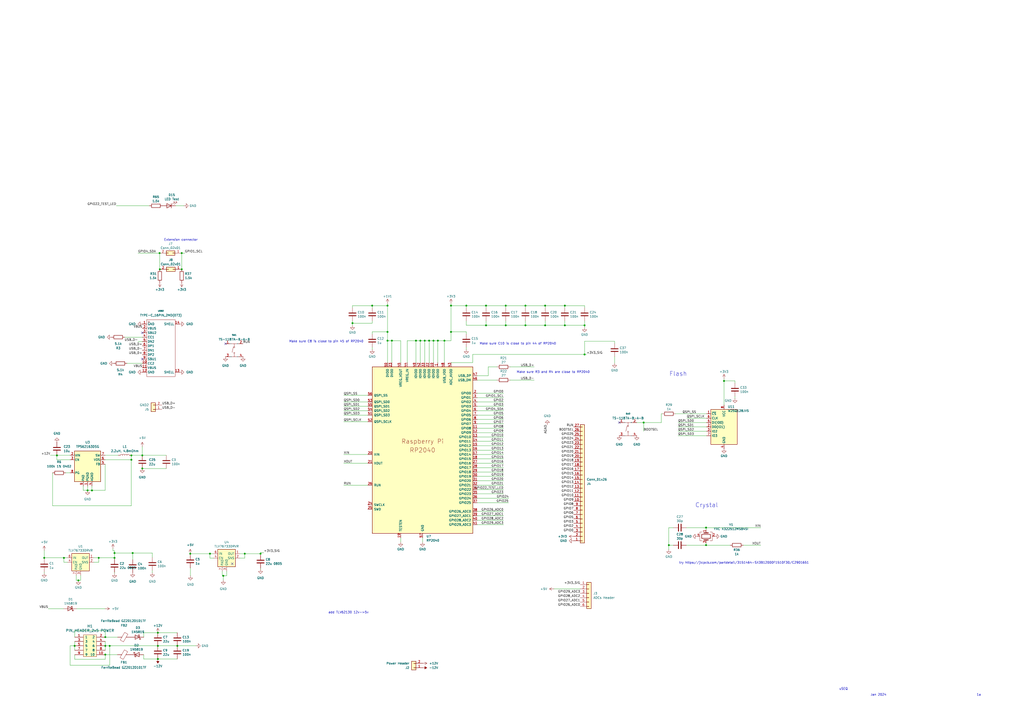
<source format=kicad_sch>
(kicad_sch (version 20231120) (generator "eeschema") (generator_version "8.0")
  (paper "A2")
  (junction (at 61.087 374.65))
  (junction (at 339.09 188.722))
  (junction (at 409.575 306.07))
  (junction (at 387.985 316.23))
  (junction (at 419.989 220.98))
  (junction (at 63.627 374.65))
  (junction (at 25.654 323.596))
  (junction (at 224.79 197.612))
  (junction (at 254 197.612))
  (junction (at 248.92 197.612))
  (junction (at 76.2 264.16))
  (junction (at 141.986 321.183))
  (junction (at 50.8 284.48))
  (junction (at 293.37 188.722))
  (junction (at 45.466 336.677))
  (junction (at 227.33 197.612))
  (junction (at 66.421 320.802))
  (junction (at 215.9 177.292))
  (junction (at 76.962 320.802))
  (junction (at 293.37 177.292))
  (junction (at 281.94 188.722))
  (junction (at 82.55 271.78))
  (junction (at 224.79 177.292))
  (junction (at 92.71 156.21))
  (junction (at 304.8 177.292))
  (junction (at 92.583 146.812))
  (junction (at 327.66 188.722))
  (junction (at 409.575 316.23))
  (junction (at 57.277 323.596))
  (junction (at 241.3 197.612))
  (junction (at 316.23 177.292))
  (junction (at 82.55 264.16))
  (junction (at 110.363 321.183))
  (junction (at 66.421 323.596))
  (junction (at 53.34 284.48))
  (junction (at 270.51 177.292))
  (junction (at 261.62 177.292))
  (junction (at 105.41 156.21))
  (junction (at 37.084 323.596))
  (junction (at 102.87 374.65))
  (junction (at 91.567 382.27))
  (junction (at 243.84 197.612))
  (junction (at 121.793 321.183))
  (junction (at 76.2 266.7))
  (junction (at 251.46 197.612))
  (junction (at 281.94 177.292))
  (junction (at 261.62 192.532))
  (junction (at 257.81 197.612))
  (junction (at 316.23 188.722))
  (junction (at 43.307 374.65))
  (junction (at 246.38 197.612))
  (junction (at 373.38 245.11))
  (junction (at 151.13 321.183))
  (junction (at 339.09 205.613))
  (junction (at 61.087 369.57))
  (junction (at 33.02 264.16))
  (junction (at 224.79 192.532))
  (junction (at 91.567 367.03))
  (junction (at 61.087 379.73))
  (junction (at 129.54 334.01))
  (junction (at 204.47 187.452))
  (junction (at 304.8 188.722))
  (junction (at 91.567 374.65))
  (junction (at 327.66 177.292))
  (junction (at 105.41 146.812))
  (no_connect (at 82.55 193.04))
  (no_connect (at 359.2356 245.11))
  (no_connect (at 134.747 327.025))
  (no_connect (at 82.55 208.28))
  (no_connect (at 130.81 199.39))
  (wire (pts (xy 215.9 178.562) (xy 215.9 177.292)))
  (wire (pts (xy 204.47 178.562) (xy 204.47 177.292)))
  (wire (pts (xy 53.34 281.94) (xy 53.34 284.48)))
  (wire (pts (xy 274.193 210.312) (xy 261.62 210.312)))
  (wire (pts (xy 83.439 369.57) (xy 83.439 367.03)))
  (wire (pts (xy 25.654 323.596) (xy 25.654 324.231)))
  (wire (pts (xy 270.51 177.292) (xy 281.94 177.292)))
  (wire (pts (xy 25.654 331.851) (xy 25.654 332.486)))
  (wire (pts (xy 43.307 382.397) (xy 61.087 382.397)))
  (wire (pts (xy 45.466 336.677) (xy 46.736 336.677)))
  (wire (pts (xy 339.09 188.722) (xy 339.09 189.992)))
  (wire (pts (xy 67.437 119.38) (xy 86.614 119.38)))
  (wire (pts (xy 44.196 333.756) (xy 44.196 336.677)))
  (wire (pts (xy 199.39 238.252) (xy 213.36 238.252)))
  (wire (pts (xy 295.91 220.472) (xy 309.88 220.472)))
  (wire (pts (xy 276.86 258.572) (xy 292.1 258.572)))
  (wire (pts (xy 232.41 210.312) (xy 232.41 197.612)))
  (wire (pts (xy 270.51 193.802) (xy 270.51 192.532)))
  (wire (pts (xy 66.421 323.596) (xy 66.421 324.358)))
  (wire (pts (xy 276.86 243.332) (xy 292.1 243.332)))
  (wire (pts (xy 276.86 253.492) (xy 292.1 253.492)))
  (wire (pts (xy 61.087 369.57) (xy 68.199 369.57)))
  (wire (pts (xy 276.86 230.632) (xy 292.1 230.632)))
  (wire (pts (xy 129.54 334.01) (xy 131.445 334.01)))
  (wire (pts (xy 257.81 210.312) (xy 257.81 197.612)))
  (wire (pts (xy 73.66 210.82) (xy 82.55 210.82)))
  (wire (pts (xy 25.654 323.596) (xy 37.084 323.596)))
  (wire (pts (xy 384.175 240.03) (xy 383.667 240.03)))
  (wire (pts (xy 276.86 276.352) (xy 292.1 276.352)))
  (wire (pts (xy 60.96 269.24) (xy 60.96 284.48)))
  (wire (pts (xy 213.36 281.432) (xy 199.39 281.432)))
  (wire (pts (xy 131.445 334.01) (xy 131.445 331.343)))
  (wire (pts (xy 224.79 176.022) (xy 224.79 177.292)))
  (wire (pts (xy 215.9 177.292) (xy 224.79 177.292)))
  (wire (pts (xy 61.087 374.65) (xy 63.627 374.65)))
  (wire (pts (xy 398.399 242.57) (xy 409.829 242.57)))
  (wire (pts (xy 276.86 304.292) (xy 292.1 304.292)))
  (wire (pts (xy 61.087 372.11) (xy 61.087 374.65)))
  (wire (pts (xy 61.087 382.397) (xy 61.087 379.73)))
  (wire (pts (xy 383.667 240.03) (xy 383.667 245.11)))
  (wire (pts (xy 53.34 284.48) (xy 50.8 284.48)))
  (wire (pts (xy 248.92 197.612) (xy 251.46 197.612)))
  (wire (pts (xy 57.277 323.596) (xy 66.421 323.596)))
  (wire (pts (xy 60.96 266.7) (xy 76.2 266.7)))
  (wire (pts (xy 339.09 205.613) (xy 274.193 205.613)))
  (wire (pts (xy 101.854 119.38) (xy 106.68 119.38)))
  (wire (pts (xy 241.3 210.312) (xy 241.3 197.612)))
  (wire (pts (xy 224.79 197.612) (xy 224.79 210.312)))
  (wire (pts (xy 232.41 197.612) (xy 227.33 197.612)))
  (wire (pts (xy 43.307 372.11) (xy 43.307 374.65)))
  (wire (pts (xy 270.51 186.182) (xy 270.51 188.722)))
  (wire (pts (xy 215.9 193.802) (xy 215.9 192.532)))
  (wire (pts (xy 199.39 233.172) (xy 213.36 233.172)))
  (wire (pts (xy 44.45 353.06) (xy 60.96 353.06)))
  (wire (pts (xy 304.8 178.562) (xy 304.8 177.292)))
  (wire (pts (xy 276.86 271.272) (xy 292.1 271.272)))
  (wire (pts (xy 276.86 238.252) (xy 292.1 238.252)))
  (wire (pts (xy 63.627 374.65) (xy 91.567 374.65)))
  (wire (pts (xy 61.087 374.65) (xy 61.087 377.19)))
  (wire (pts (xy 110.49 329.438) (xy 110.363 329.438)))
  (wire (pts (xy 316.23 178.562) (xy 316.23 177.292)))
  (wire (pts (xy 276.86 245.872) (xy 292.1 245.872)))
  (wire (pts (xy 293.37 188.722) (xy 281.94 188.722)))
  (wire (pts (xy 409.575 316.23) (xy 423.545 316.23)))
  (wire (pts (xy 276.86 263.652) (xy 292.1 263.652)))
  (wire (pts (xy 37.084 326.136) (xy 37.084 323.596)))
  (wire (pts (xy 327.66 186.182) (xy 327.66 188.722)))
  (wire (pts (xy 91.567 367.03) (xy 102.87 367.03)))
  (wire (pts (xy 276.86 250.952) (xy 292.1 250.952)))
  (wire (pts (xy 65.532 319.532) (xy 66.421 319.532)))
  (wire (pts (xy 110.363 321.183) (xy 121.793 321.183)))
  (wire (pts (xy 199.39 235.712) (xy 213.36 235.712)))
  (wire (pts (xy 276.86 261.112) (xy 292.1 261.112)))
  (wire (pts (xy 251.46 210.312) (xy 251.46 197.612)))
  (wire (pts (xy 139.065 321.183) (xy 141.986 321.183)))
  (wire (pts (xy 390.525 306.07) (xy 387.985 306.07)))
  (wire (pts (xy 30.48 293.37) (xy 76.2 293.37)))
  (wire (pts (xy 276.86 286.512) (xy 292.1 286.512)))
  (wire (pts (xy 276.86 291.592) (xy 295.021 291.592)))
  (wire (pts (xy 419.989 219.71) (xy 419.989 220.98)))
  (wire (pts (xy 129.54 336.55) (xy 129.54 334.01)))
  (wire (pts (xy 293.37 178.562) (xy 293.37 177.292)))
  (wire (pts (xy 151.13 320.548) (xy 151.13 321.183)))
  (wire (pts (xy 426.339 222.25) (xy 426.339 220.98)))
  (wire (pts (xy 76.2 293.37) (xy 76.2 266.7)))
  (wire (pts (xy 276.86 281.432) (xy 292.1 281.432)))
  (wire (pts (xy 121.793 323.723) (xy 121.793 321.183)))
  (wire (pts (xy 82.55 259.08) (xy 82.55 264.16)))
  (wire (pts (xy 110.363 321.183) (xy 110.363 321.818)))
  (wire (pts (xy 245.11 311.912) (xy 245.11 314.452)))
  (wire (pts (xy 409.575 314.96) (xy 409.575 316.23)))
  (wire (pts (xy 102.87 374.65) (xy 113.665 374.65)))
  (wire (pts (xy 66.421 320.802) (xy 66.421 323.596)))
  (wire (pts (xy 276.86 278.892) (xy 292.1 278.892)))
  (wire (pts (xy 91.567 382.27) (xy 102.87 382.27)))
  (wire (pts (xy 33.02 264.16) (xy 40.64 264.16)))
  (wire (pts (xy 409.829 252.73) (xy 393.319 252.73)))
  (wire (pts (xy 105.41 146.812) (xy 105.283 146.812)))
  (wire (pts (xy 243.84 197.612) (xy 246.38 197.612)))
  (wire (pts (xy 65.532 318.262) (xy 65.532 319.532)))
  (wire (pts (xy 261.62 192.532) (xy 261.62 197.612)))
  (wire (pts (xy 339.09 178.562) (xy 339.09 177.292)))
  (wire (pts (xy 63.627 385.826) (xy 63.627 374.65)))
  (wire (pts (xy 40.64 374.65) (xy 40.64 385.826)))
  (wire (pts (xy 43.307 365.76) (xy 61.087 365.76)))
  (wire (pts (xy 254 197.612) (xy 257.81 197.612)))
  (wire (pts (xy 43.307 369.57) (xy 43.307 365.76)))
  (wire (pts (xy 215.9 192.532) (xy 224.79 192.532)))
  (wire (pts (xy 25.654 319.278) (xy 25.654 323.596)))
  (wire (pts (xy 316.23 188.722) (xy 304.8 188.722)))
  (wire (pts (xy 276.86 248.412) (xy 292.1 248.412)))
  (wire (pts (xy 276.86 296.672) (xy 292.1 296.672)))
  (wire (pts (xy 105.41 146.812) (xy 105.41 156.21)))
  (wire (pts (xy 327.66 188.722) (xy 316.23 188.722)))
  (wire (pts (xy 66.421 319.532) (xy 66.421 320.802)))
  (wire (pts (xy 128.905 334.01) (xy 129.54 334.01)))
  (wire (pts (xy 38.1 274.32) (xy 40.64 274.32)))
  (wire (pts (xy 409.575 306.07) (xy 441.325 306.07)))
  (wire (pts (xy 246.38 210.312) (xy 246.38 197.612)))
  (wire (pts (xy 76.2 266.7) (xy 76.2 264.16)))
  (wire (pts (xy 141.986 323.723) (xy 141.986 321.183)))
  (wire (pts (xy 251.46 197.612) (xy 254 197.612)))
  (wire (pts (xy 241.3 197.612) (xy 243.84 197.612)))
  (wire (pts (xy 276.86 268.732) (xy 292.1 268.732)))
  (wire (pts (xy 276.86 301.752) (xy 292.1 301.752)))
  (wire (pts (xy 316.23 186.182) (xy 316.23 188.722)))
  (wire (pts (xy 40.64 266.7) (xy 33.02 266.7)))
  (wire (pts (xy 57.277 326.136) (xy 57.277 323.596)))
  (wire (pts (xy 107.188 146.812) (xy 105.41 146.812)))
  (wire (pts (xy 276.86 220.472) (xy 288.29 220.472)))
  (wire (pts (xy 66.421 331.978) (xy 66.421 332.613)))
  (wire (pts (xy 391.795 240.03) (xy 409.829 240.03)))
  (wire (pts (xy 276.86 289.052) (xy 295.148 289.052)))
  (wire (pts (xy 261.62 177.292) (xy 261.62 192.532)))
  (wire (pts (xy 224.79 192.532) (xy 224.79 197.612)))
  (wire (pts (xy 76.962 320.802) (xy 76.962 324.612)))
  (wire (pts (xy 274.193 205.613) (xy 274.193 210.312)))
  (wire (pts (xy 215.9 187.452) (xy 215.9 186.182)))
  (wire (pts (xy 121.793 321.183) (xy 123.825 321.183)))
  (wire (pts (xy 281.94 188.722) (xy 270.51 188.722)))
  (wire (pts (xy 232.41 311.912) (xy 232.41 314.452)))
  (wire (pts (xy 431.165 316.23) (xy 441.325 316.23)))
  (wire (pts (xy 409.829 245.11) (xy 393.319 245.11)))
  (wire (pts (xy 54.356 323.596) (xy 57.277 323.596)))
  (wire (pts (xy 276.86 299.212) (xy 292.1 299.212)))
  (wire (pts (xy 257.81 197.612) (xy 261.62 197.612)))
  (wire (pts (xy 123.825 323.723) (xy 121.793 323.723)))
  (wire (pts (xy 398.145 306.07) (xy 409.575 306.07)))
  (wire (pts (xy 213.36 244.602) (xy 199.39 244.602)))
  (wire (pts (xy 270.51 201.422) (xy 270.51 202.692)))
  (wire (pts (xy 276.86 256.032) (xy 292.1 256.032)))
  (wire (pts (xy 373.38 245.11) (xy 373.38 250.19)))
  (wire (pts (xy 304.8 186.182) (xy 304.8 188.722)))
  (wire (pts (xy 248.92 210.312) (xy 248.92 197.612)))
  (wire (pts (xy 82.55 271.78) (xy 96.52 271.78)))
  (wire (pts (xy 29.21 264.16) (xy 33.02 264.16)))
  (wire (pts (xy 276.86 273.812) (xy 292.1 273.812)))
  (wire (pts (xy 50.8 284.48) (xy 50.8 281.94)))
  (wire (pts (xy 36.83 353.06) (xy 27.94 353.06)))
  (wire (pts (xy 88.392 320.802) (xy 88.392 323.342)))
  (wire (pts (xy 83.439 367.03) (xy 91.567 367.03)))
  (wire (pts (xy 398.145 316.23) (xy 409.575 316.23)))
  (wire (pts (xy 339.09 205.613) (xy 339.09 197.993)))
  (wire (pts (xy 199.39 263.652) (xy 213.36 263.652)))
  (wire (pts (xy 48.26 284.48) (xy 50.8 284.48)))
  (wire (pts (xy 283.21 212.852) (xy 288.29 212.852)))
  (wire (pts (xy 419.989 220.98) (xy 419.989 234.95)))
  (wire (pts (xy 110.49 329.438) (xy 110.49 334.01)))
  (wire (pts (xy 54.356 326.136) (xy 57.277 326.136)))
  (wire (pts (xy 40.64 385.826) (xy 63.627 385.826)))
  (wire (pts (xy 281.94 178.562) (xy 281.94 177.292)))
  (wire (pts (xy 72.39 195.58) (xy 82.55 195.58)))
  (wire (pts (xy 281.94 186.182) (xy 281.94 188.722)))
  (wire (pts (xy 327.66 178.562) (xy 327.66 177.292)))
  (wire (pts (xy 293.37 177.292) (xy 304.8 177.292)))
  (wire (pts (xy 43.307 374.65) (xy 40.64 374.65)))
  (wire (pts (xy 276.86 283.972) (xy 292.1 283.972)))
  (wire (pts (xy 304.8 177.292) (xy 316.23 177.292)))
  (wire (pts (xy 128.905 331.343) (xy 128.905 334.01)))
  (wire (pts (xy 139.065 323.723) (xy 141.986 323.723)))
  (wire (pts (xy 387.985 306.07) (xy 387.985 316.23)))
  (wire (pts (xy 340.233 205.613) (xy 339.09 205.613)))
  (wire (pts (xy 243.84 210.312) (xy 243.84 197.612)))
  (wire (pts (xy 151.13 329.565) (xy 151.13 330.2)))
  (wire (pts (xy 151.13 320.548) (xy 153.035 320.548)))
  (wire (pts (xy 60.96 284.48) (xy 53.34 284.48)))
  (wire (pts (xy 30.48 274.32) (xy 30.48 293.37)))
  (wire (pts (xy 60.96 264.16) (xy 68.58 264.16)))
  (wire (pts (xy 276.86 235.712) (xy 292.1 235.712)))
  (wire (pts (xy 373.38 245.11) (xy 383.667 245.11)))
  (wire (pts (xy 276.86 228.092) (xy 292.1 228.092)))
  (wire (pts (xy 61.087 365.76) (xy 61.087 369.57)))
  (wire (pts (xy 46.736 336.677) (xy 46.736 333.756)))
  (wire (pts (xy 261.62 192.532) (xy 270.51 192.532)))
  (wire (pts (xy 236.22 210.312) (xy 236.22 197.612)))
  (wire (pts (xy 141.986 321.183) (xy 151.13 321.183)))
  (wire (pts (xy 224.79 177.292) (xy 224.79 192.532)))
  (wire (pts (xy 339.09 197.993) (xy 356.489 197.993)))
  (wire (pts (xy 43.307 379.73) (xy 43.307 382.397)))
  (wire (pts (xy 283.21 212.852) (xy 283.21 217.932)))
  (wire (pts (xy 409.829 250.19) (xy 393.319 250.19)))
  (wire (pts (xy 321.31 341.63) (xy 336.55 341.63)))
  (wire (pts (xy 356.489 206.883) (xy 356.489 210.693)))
  (wire (pts (xy 316.23 177.292) (xy 327.66 177.292)))
  (wire (pts (xy 44.196 336.677) (xy 45.466 336.677)))
  (wire (pts (xy 83.312 379.73) (xy 83.312 382.27)))
  (wire (pts (xy 339.09 186.182) (xy 339.09 188.722)))
  (wire (pts (xy 204.47 186.182) (xy 204.47 187.452)))
  (wire (pts (xy 83.312 382.27) (xy 91.567 382.27)))
  (wire (pts (xy 426.339 220.98) (xy 419.989 220.98)))
  (wire (pts (xy 204.47 187.452) (xy 204.47 188.722)))
  (wire (pts (xy 293.37 186.182) (xy 293.37 188.722)))
  (wire (pts (xy 88.392 332.232) (xy 88.392 330.962)))
  (wire (pts (xy 215.9 201.422) (xy 215.9 202.692)))
  (wire (pts (xy 227.33 210.312) (xy 227.33 197.612)))
  (wire (pts (xy 276.86 266.192) (xy 292.1 266.192)))
  (wire (pts (xy 92.583 146.812) (xy 92.583 156.21)))
  (wire (pts (xy 327.66 188.722) (xy 339.09 188.722)))
  (wire (pts (xy 204.47 177.292) (xy 215.9 177.292)))
  (wire (pts (xy 151.13 321.183) (xy 151.13 321.945)))
  (wire (pts (xy 204.47 187.452) (xy 215.9 187.452)))
  (wire (pts (xy 33.02 266.7) (xy 33.02 264.16)))
  (wire (pts (xy 213.36 229.362) (xy 199.39 229.362)))
  (wire (pts (xy 409.575 307.34) (xy 409.575 306.07)))
  (wire (pts (xy 43.307 374.65) (xy 43.307 377.19)))
  (wire (pts (xy 426.339 229.87) (xy 426.339 231.14)))
  (wire (pts (xy 356.489 199.263) (xy 356.489 197.993)))
  (wire (pts (xy 213.36 268.732) (xy 199.39 268.732)))
  (wire (pts (xy 76.962 320.802) (xy 66.421 320.802)))
  (wire (pts (xy 227.33 197.612) (xy 224.79 197.612)))
  (wire (pts (xy 39.116 326.136) (xy 37.084 326.136)))
  (wire (pts (xy 261.62 176.022) (xy 261.62 177.292)))
  (wire (pts (xy 80.01 198.12) (xy 82.55 198.12)))
  (wire (pts (xy 48.26 281.94) (xy 48.26 284.48)))
  (wire (pts (xy 387.985 316.23) (xy 387.985 318.77)))
  (wire (pts (xy 246.38 197.612) (xy 248.92 197.612)))
  (wire (pts (xy 409.829 247.65) (xy 393.319 247.65)))
  (wire (pts (xy 61.087 379.73) (xy 68.072 379.73)))
  (wire (pts (xy 276.86 217.932) (xy 283.21 217.932)))
  (wire (pts (xy 236.22 197.612) (xy 241.3 197.612)))
  (wire (pts (xy 261.62 177.292) (xy 270.51 177.292)))
  (wire (pts (xy 254 197.612) (xy 254 210.312)))
  (wire (pts (xy 199.39 240.792) (xy 213.36 240.792)))
  (wire (pts (xy 276.86 240.792) (xy 292.1 240.792)))
  (wire (pts (xy 76.2 264.16) (xy 82.55 264.16)))
  (wire (pts (xy 92.583 156.21) (xy 92.71 156.21)))
  (wire (pts (xy 276.86 233.172) (xy 292.1 233.172)))
  (wire (pts (xy 82.55 264.16) (xy 96.52 264.16)))
  (wire (pts (xy 91.567 374.65) (xy 102.87 374.65)))
  (wire (pts (xy 80.0386 146.812) (xy 92.583 146.812)))
  (wire (pts (xy 369.3956 245.11) (xy 373.38 245.11)))
  (wire (pts (xy 281.94 177.292) (xy 293.37 177.292)))
  (wire (pts (xy 390.525 316.23) (xy 387.985 316.23)))
  (wire (pts (xy 76.962 320.802) (xy 88.392 320.802)))
  (wire (pts (xy 327.66 177.292) (xy 339.09 177.292)))
  (wire (pts (xy 37.084 323.596) (xy 39.116 323.596)))
  (wire (pts (xy 295.91 212.852) (xy 309.88 212.852)))
  (wire (pts (xy 304.8 188.722) (xy 293.37 188.722)))
  (wire (pts (xy 270.51 178.562) (xy 270.51 177.292)))
  (text "Crystal" (at 403.225 294.64 0) (effects (font (size 2.54 2.54)) (justify left bottom)))
  (text "Extension connector" (at 95.123 139.954 0) (effects (font (size 1.27 1.27)) (justify left bottom)))
  (text "Make sure R3 and R4 are close to RP2040" (at 299.72 216.662 0) (effects (font (size 1.27 1.27)) (justify left bottom)))
  (text "add TLV62130 12v->5v\n" (at 202.184 355.346 0) (effects (font (size 1.27 1.27))))
  (text "Flash" (at 388.239 218.44 0) (effects (font (size 2.54 2.54)) (justify left bottom)))
  (text "Make sure C10 is close to pin 44 of RP2040" (at 278.13 200.152 0) (effects (font (size 1.27 1.27)) (justify left bottom)))
  (text "Make sure C8 is close to pin 45 of RP2040" (at 167.64 198.882 0) (effects (font (size 1.27 1.27)) (justify left bottom)))
  (text "try https://jlcpcb.com/partdetail/3151464-SX3B12000F1510F30/C2901651" (at 393.954 327.279 0) (effects (font (size 1.27 1.27)) (justify left bottom)))
  (text "Jan 2024" (at 504.952 403.86 0) (effects (font (size 1.27 1.27)) (justify left bottom)))
  (text "uSEQ" (at 486.791 400.431 0) (effects (font (size 1.27 1.27)) (justify left bottom)))
  (text "1a" (at 566.547 403.86 0) (effects (font (size 1.27 1.27)) (justify left bottom)))
  (label "GPIO1_SCL" (at 292.1 230.632 180))
  (label "GPIO27_ADC1" (at 292.1 299.212 180))
  (label "QSPI_SCLK" (at 199.39 244.602 0))
  (label "GPIO28_ADC2" (at 292.1 301.752 180))
  (label "GPIO9" (at 292.1 250.952 180))
  (label "GPIO8" (at 332.74 293.37 180))
  (label "GPIO22_TEST_LED" (at 67.437 119.38 180))
  (label "GPIO11" (at 292.1 256.032 180))
  (label "GPIO12" (at 332.74 283.21 180))
  (label "RUN" (at 140.97 199.39 0))
  (label "GPIO21" (at 292.1 281.432 180))
  (label "+3V3_SIG" (at 340.233 205.613 0))
  (label "GPIO23" (at 292.1 286.512 180))
  (label "GPIO15" (at 292.1 266.192 180))
  (label "GPIO9" (at 332.74 290.83 180))
  (label "BOOTSEL" (at 373.38 250.19 0))
  (label "GPIO14" (at 292.1 263.652 180))
  (label "QSPI_SD3" (at 393.319 252.73 0))
  (label "XIN" (at 199.39 263.652 0))
  (label "GPIO18" (at 332.74 267.97 180))
  (label "GPIO13" (at 332.74 280.67 180))
  (label "QSPI_SD2" (at 199.39 238.252 0))
  (label "GPIO28_ADC2" (at 336.55 346.71 180))
  (label "GPIO5" (at 292.1 240.792 180))
  (label "GPIO14" (at 332.74 278.13 180))
  (label "GPIO2" (at 332.74 306.07 180))
  (label "GPIO26_ADC0" (at 292.1 296.672 180))
  (label "RUN" (at 199.39 281.432 0))
  (label "GPIO1_SCL" (at 107.188 146.812 0))
  (label "USB_D+" (at 82.55 200.66 180) (property "Netclass" "diif_usb" (effects (hide yes))))
  (label "BOOTSEL" (at 332.74 250.19 180))
  (label "GPIO5" (at 332.74 300.99 180))
  (label "QSPI_SD0" (at 199.39 233.172 0))
  (label "GPIO2" (at 292.1 233.172 180))
  (label "GPIO13" (at 292.1 261.112 180))
  (label "GPIO20" (at 292.1 278.892 180))
  (label "GPIO0" (at 332.74 308.61 180))
  (label "GPIO3" (at 292.1 235.712 180))
  (label "GPIO3" (at 332.74 303.53 180))
  (label "USB_D+" (at 82.55 205.74 180) (property "Netclass" "diif_usb" (effects (hide yes))))
  (label "GPIO29_ADC3" (at 292.1 304.292 180))
  (label "USB_D+" (at 93.98 234.95 0))
  (label "USB_D-" (at 82.55 203.2 180) (property "Netclass" "diif_usb" (effects (hide yes))))
  (label "GPIO21" (at 332.74 260.35 180))
  (label "GPIO22_TEST_LED" (at 292.1 283.972 180))
  (label "GPIO8" (at 292.1 248.412 180))
  (label "GPIO4_SDA" (at 292.1 238.252 180))
  (label "GPIO23" (at 332.74 257.81 180))
  (label "+12V" (at 29.21 264.16 180))
  (label "GPIO27_ADC1" (at 336.55 349.25 180))
  (label "QSPI_SCLK" (at 398.399 242.57 0))
  (label "GPIO11" (at 332.74 285.75 180))
  (label "GPIO7" (at 332.74 295.91 180))
  (label "GPIO26_ADC0" (at 336.55 351.79 180))
  (label "GPIO6" (at 292.1 243.332 180))
  (label "XIN" (at 441.325 306.07 180))
  (label "GPIO18" (at 292.1 273.812 180))
  (label "GPIO24" (at 295.148 289.052 180))
  (label "GPIO20" (at 332.74 262.89 180))
  (label "GPIO16" (at 292.1 268.732 180))
  (label "GPIO24" (at 332.74 255.27 180))
  (label "VBUS" (at 82.55 190.5 180))
  (label "QSPI_SD2" (at 393.319 250.19 0))
  (label "AGND" (at 317.5 246.38 270))
  (label "USB_D-" (at 93.98 237.49 0))
  (label "GPIO17" (at 332.74 270.51 180))
  (label "GPIO12" (at 292.1 258.572 180))
  (label "QSPI_SD0" (at 393.319 245.11 0))
  (label "GPIO25" (at 332.74 252.73 180))
  (label "GPIO16" (at 332.74 273.05 180))
  (label "VBUS" (at 82.55 213.36 180))
  (label "GPIO19" (at 332.74 265.43 180))
  (label "GPIO19" (at 292.1 276.352 180))
  (label "GPIO10" (at 292.1 253.492 180))
  (label "+3V3_SIG" (at 153.035 320.548 0))
  (label "QSPI_SD1" (at 393.319 247.65 0))
  (label "GPIO7" (at 292.1 245.872 180))
  (label "GPIO0" (at 292.1 228.092 180))
  (label "GPIO6" (at 332.74 298.45 180))
  (label "GPIO17" (at 292.1 271.272 180))
  (label "GPIO15" (at 332.74 275.59 180))
  (label "QSPI_SD1" (at 199.39 235.712 0))
  (label "GPIO10" (at 332.74 288.29 180))
  (label "+3V3_SIG" (at 336.55 339.09 180))
  (label "USB_D+" (at 309.88 212.852 180))
  (label "QSPI_SS" (at 199.39 229.362 0))
  (label "GPIO29_ADC3" (at 336.55 344.17 180))
  (label "USB_D-" (at 80.01 198.12 180) (property "Netclass" "diif_usb" (effects (hide yes))))
  (label "GPIO25" (at 295.021 291.592 180))
  (label "USB_D-" (at 309.88 220.472 180))
  (label "XOUT" (at 199.39 268.732 0))
  (label "XOUT" (at 441.325 316.23 180))
  (label "GPIO4_SDA" (at 80.0386 146.812 0))
  (label "VBUS" (at 27.94 353.06 180))
  (label "RUN" (at 332.74 247.65 180))
  (label "QSPI_SS" (at 395.859 240.03 0))
  (label "QSPI_SD3" (at 199.39 240.792 0))
  (symbol (lib_id "Device:FerriteBead") (at 72.009 369.57 90) (unit 1)
    (property "Reference" "FB2" (at 71.9582 362.7841 90))
    (property "Value" "FerriteBead GZ2012D101TF" (at 71.628 360.172 90))
    (property "Footprint" "Resistor_SMD:R_0805_2012Metric" (effects (hide yes)))
  )
  (symbol (lib_id "power:+5V") (at 82.55 259.08 0) (unit 1)
    (property "Reference" "#PWR048" (effects (hide yes)))
    (property "Value" "+5V" (at 82.55 254 0))
    (property "Description" "Power symbol creates a global label with name \"+5V\"" (effects (hide yes)))
  )
  (symbol (lib_name "GND_3") (lib_id "power:GND") (at 64.77 195.58 270) (unit 1)
    (property "Reference" "#PWR018" (effects (hide yes)))
    (property "Value" "GND" (at 60.96 195.5801 90) (effects (justify right)))
    (property "Description" "Power symbol creates a global label with name \"GND\" , ground" (effects (hide yes)))
  )
  (symbol (lib_id "power:GND") (at 232.41 314.452 0) (unit 1)
    (property "Reference" "#PWR042" (effects (hide yes)))
    (property "Value" "GND" (at 232.41 318.5851 0))
  )
  (symbol (lib_id "power:+3V3") (at 419.989 219.71 0) (unit 1)
    (property "Reference" "#PWR072" (effects (hide yes)))
    (property "Value" "+3V3" (at 419.989 215.5769 0))
  )
  (symbol (lib_id "Diode:1N5818") (at 79.502 379.73 0) (unit 1)
    (property "Reference" "D2" (at 79.1845 374.3157 0))
    (property "Value" "1N5819" (at 79.1845 376.7399 0))
    (property "Footprint" "Diode_SMD:D_SOD-323" (effects (hide yes)))
    (property "Datasheet" "http://www.vishay.com/docs/88525/1n5817.pdf" (effects (hide yes)))
  )
  (symbol (lib_id "Device:C") (at 270.51 197.612 0) (unit 1)
    (property "Reference" "C15" (at 273.431 196.3999 0) (effects (justify left)))
    (property "Value" "1u" (at 273.431 198.8241 0) (effects (justify left)))
    (property "Footprint" "Capacitor_SMD:C_0402_1005Metric" (effects (hide yes)))
  )
  (symbol (lib_name "GND_4") (lib_id "power:GND") (at 130.81 207.01 0) (unit 1)
    (property "Reference" "#PWR015" (effects (hide yes)))
    (property "Value" "GND" (at 130.81 212.09 0))
    (property "Description" "Power symbol creates a global label with name \"GND\" , ground" (effects (hide yes)))
  )
  (symbol (lib_name "GND_13") (lib_id "power:GND") (at 33.02 256.54 180) (unit 1)
    (property "Reference" "#PWR049" (effects (hide yes)))
    (property "Value" "GND" (at 33.02 251.46 0))
    (property "Description" "Power symbol creates a global label with name \"GND\" , ground" (effects (hide yes)))
  )
  (symbol (lib_name "GND_5") (lib_id "power:GND") (at 140.97 207.01 0) (unit 1)
    (property "Reference" "#PWR016" (effects (hide yes)))
    (property "Value" "GND" (at 140.97 212.09 0))
    (property "Description" "Power symbol creates a global label with name \"GND\" , ground" (effects (hide yes)))
  )
  (symbol (lib_id "Device:R") (at 68.58 195.58 270) (unit 1)
    (property "Reference" "R3" (at 68.58 201.93 90))
    (property "Value" "5.1k" (at 68.58 199.39 90))
    (property "Footprint" "Resistor_SMD:R_0402_1005Metric" (effects (hide yes)))
  )
  (symbol (lib_id "Device:C") (at 204.47 182.372 0) (unit 1)
    (property "Reference" "C10" (at 207.391 181.1599 0) (effects (justify left)))
    (property "Value" "100n" (at 207.391 183.5841 0) (effects (justify left)))
    (property "Footprint" "Capacitor_SMD:C_0402_1005Metric" (effects (hide yes)))
  )
  (symbol (lib_id "power:GND") (at 270.51 202.692 0) (unit 1)
    (property "Reference" "#PWR046" (effects (hide yes)))
    (property "Value" "GND" (at 270.51 206.8251 0))
  )
  (symbol (lib_id "power:-12V") (at 91.567 382.27 180) (unit 1)
    (property "Reference" "#PWR036" (effects (hide yes)))
    (property "Value" "-12V" (at 91.567 386.4031 0))
  )
  (symbol (lib_id "Device:C") (at 394.335 316.23 270) (unit 1)
    (property "Reference" "C28" (at 394.335 309.9267 90))
    (property "Value" "30p" (at 394.335 312.3509 90))
    (property "Footprint" "Capacitor_SMD:C_0402_1005Metric" (effects (hide yes)))
  )
  (symbol (lib_id "power:GND") (at 88.392 332.232 0) (unit 1)
    (property "Reference" "#PWR029" (effects (hide yes)))
    (property "Value" "GND" (at 88.392 337.312 0))
  )
  (symbol (lib_id "Connector_Generic:Conn_01x06") (at 341.63 344.17 0) (unit 1)
    (property "Reference" "J3" (at 344.17 344.1699 0) (effects (justify left)))
    (property "Value" "ADCs Header" (at 344.17 346.7099 0) (effects (justify left)))
    (property "Footprint" "Connector_PinHeader_2.54mm:PinHeader_1x06_P2.54mm_Vertical" (effects (hide yes)))
    (property "Description" "Generic connector, single row, 01x06, script generated (kicad-library-utils/schlib/autogen/connector/)" (effects (hide yes)))
  )
  (symbol (lib_id "power:+12V") (at 91.567 367.03 0) (unit 1)
    (property "Reference" "#PWR035" (effects (hide yes)))
    (property "Value" "+12V" (at 91.567 362.8969 0))
  )
  (symbol (lib_id "Device:R") (at 387.985 240.03 270) (unit 1)
    (property "Reference" "R29" (at 387.985 234.8697 90))
    (property "Value" "1k" (at 387.985 237.2939 90))
    (property "Footprint" "Resistor_SMD:R_0402_1005Metric" (effects (hide yes)))
  )
  (symbol (lib_id "Device:C") (at 394.335 306.07 270) (unit 1)
    (property "Reference" "C27" (at 394.335 299.7667 90))
    (property "Value" "30p" (at 394.335 302.1909 90))
    (property "Footprint" "Capacitor_SMD:C_0402_1005Metric" (effects (hide yes)))
  )
  (symbol (lib_id "Device:C") (at 25.654 328.041 0) (unit 1)
    (property "Reference" "C1" (at 28.575 326.8289 0) (effects (justify left)))
    (property "Value" "1u" (at 28.575 329.2531 0) (effects (justify left)))
    (property "Footprint" "Capacitor_SMD:C_0603_1608Metric_Pad1.08x0.95mm_HandSolder" (effects (hide yes)))
  )
  (symbol (lib_id "Device:C") (at 96.52 267.97 0) (unit 1)
    (property "Reference" "C3" (at 99.441 266.7579 0) (effects (justify left)))
    (property "Value" "100n" (at 99.441 269.1821 0) (effects (justify left)))
    (property "Footprint" "Capacitor_SMD:C_0603_1608Metric" (effects (hide yes)))
  )
  (symbol (lib_id "Memory_Flash:W25Q128JVS") (at 419.989 247.65 0) (unit 1)
    (property "Reference" "U11" (at 422.1831 235.8857 0) (effects (justify left)))
    (property "Value" "W25Q128JVS" (at 422.1831 238.3099 0) (effects (justify left)))
    (property "Footprint" "Package_SO:SOIC-8_5.23x5.23mm_P1.27mm" (effects (hide yes)))
    (property "Datasheet" "http://www.winbond.com/resource-files/w25q128jv_dtr%20revc%2003272018%20plus.pdf" (effects (hide yes)))
  )
  (symbol (lib_id "power:GND") (at 414.655 311.15 90) (unit 1)
    (property "Reference" "#PWR0103" (effects (hide yes)))
    (property "Value" "GND" (at 417.83 311.15 90) (effects (justify right)))
  )
  (symbol (lib_id "Device:C") (at 327.66 182.372 0) (unit 1)
    (property "Reference" "C21" (at 330.581 181.1599 0) (effects (justify left)))
    (property "Value" "100n" (at 330.581 183.5841 0) (effects (justify left)))
    (property "Footprint" "Capacitor_SMD:C_0402_1005Metric" (effects (hide yes)))
  )
  (symbol (lib_name "GND_5") (lib_id "power:GND") (at 369.3956 252.73 0) (unit 1)
    (property "Reference" "#PWR025" (effects (hide yes)))
    (property "Value" "GND" (at 369.3956 257.81 0))
    (property "Description" "Power symbol creates a global label with name \"GND\" , ground" (effects (hide yes)))
  )
  (symbol (lib_name "GND_9") (lib_id "power:GND") (at 151.13 330.2 0) (unit 1)
    (property "Reference" "#PWR027" (effects (hide yes)))
    (property "Value" "GND" (at 151.13 335.28 0))
    (property "Description" "Power symbol creates a global label with name \"GND\" , ground" (effects (hide yes)))
  )
  (symbol (lib_id "power:-12V") (at 245.11 387.35 270) (unit 1)
    (property "Reference" "#PWR02" (effects (hide yes)))
    (property "Value" "-12V" (at 248.92 387.3499 90) (effects (justify left)))
    (property "Description" "Power symbol creates a global label with name \"-12V\"" (effects (hide yes)))
  )
  (symbol (lib_id "Regulator_Linear:TLV76733DRVx") (at 131.445 323.723 0) (unit 1)
    (property "Reference" "U4" (at 131.445 314.4987 0))
    (property "Value" "TLV76733DRVR" (at 131.445 316.9229 0))
    (property "Footprint" "Package_SON:WSON-6-1EP_2x2mm_P0.65mm_EP1x1.6mm_ThermalVias" (effects (hide yes)))
    (property "Datasheet" "www.ti.com/lit/gpn/TLV767" (effects (hide yes)))
    (property "Link" "https://jlcpcb.com/partdetail/TexasInstruments-TLV76733DRVR/C2848334" (effects (hide yes)))
  )
  (symbol (lib_id "power:GND") (at 215.9 202.692 0) (unit 1)
    (property "Reference" "#PWR039" (effects (hide yes)))
    (property "Value" "GND" (at 215.9 206.8251 0))
  )
  (symbol (lib_id "power:GND") (at 426.339 231.14 0) (unit 1)
    (property "Reference" "#PWR077" (effects (hide yes)))
    (property "Value" "GND" (at 424.4341 232.41 0) (effects (justify right)))
  )
  (symbol (lib_id "Device:C") (at 66.421 328.168 0) (mirror y) (unit 1)
    (property "Reference" "C2" (at 69.342 326.9559 0) (effects (justify right)))
    (property "Value" "22u 0805" (at 69.342 329.3801 0) (effects (justify right)))
    (property "Footprint" "Capacitor_SMD:C_0805_2012Metric_Pad1.18x1.45mm_HandSolder" (effects (hide yes)))
  )
  (symbol (lib_id "Device:C") (at 76.962 328.422 0) (unit 1)
    (property "Reference" "C4" (at 79.883 327.2099 0) (effects (justify left)))
    (property "Value" "100n" (at 79.883 329.6341 0) (effects (justify left)))
    (property "Footprint" "Capacitor_SMD:C_0402_1005Metric" (effects (hide yes)))
  )
  (symbol (lib_name "GND_8") (lib_id "power:GND") (at 110.49 334.01 0) (unit 1)
    (property "Reference" "#PWR021" (effects (hide yes)))
    (property "Value" "GND" (at 110.49 339.09 0))
    (property "Description" "Power symbol creates a global label with name \"GND\" , ground" (effects (hide yes)))
  )
  (symbol (lib_id "Device:C") (at 281.94 182.372 0) (unit 1)
    (property "Reference" "C16" (at 284.861 181.1599 0) (effects (justify left)))
    (property "Value" "100n" (at 284.861 183.5841 0) (effects (justify left)))
    (property "Footprint" "Capacitor_SMD:C_0402_1005Metric" (effects (hide yes)))
  )
  (symbol (lib_id "Device:FerriteBead") (at 71.882 379.73 90) (unit 1)
    (property "Reference" "FB1" (at 71.882 384.175 90))
    (property "Value" "FerriteBead GZ2012D101TF" (at 71.882 387.223 90))
    (property "Footprint" "Resistor_SMD:R_0805_2012Metric" (effects (hide yes)))
  )
  (symbol (lib_name "GND_3") (lib_id "power:GND") (at 104.14 187.96 90) (unit 1)
    (property "Reference" "#PWR024" (effects (hide yes)))
    (property "Value" "GND" (at 107.95 187.9599 90) (effects (justify right)))
    (property "Description" "Power symbol creates a global label with name \"GND\" , ground" (effects (hide yes)))
  )
  (symbol (lib_id "Device:C") (at 102.87 370.84 0) (unit 1)
    (property "Reference" "C13" (at 105.791 369.6279 0) (effects (justify left)))
    (property "Value" "100n" (at 105.791 372.0521 0) (effects (justify left)))
    (property "Footprint" "Capacitor_SMD:C_0603_1608Metric" (effects (hide yes)))
  )
  (symbol (lib_id "power:GND") (at 66.421 332.613 0) (unit 1)
    (property "Reference" "#PWR020" (effects (hide yes)))
    (property "Value" "GND" (at 66.421 336.7461 0))
  )
  (symbol (lib_name "+12V_1") (lib_id "power:+12V") (at 245.11 384.81 270) (unit 1)
    (property "Reference" "#PWR03" (effects (hide yes)))
    (property "Value" "+12V" (at 248.92 384.8099 90) (effects (justify left)))
    (property "Description" "Power symbol creates a global label with name \"+12V\"" (effects (hide yes)))
  )
  (symbol (lib_id "power:+3V3") (at 261.62 176.022 0) (unit 1)
    (property "Reference" "#PWR045" (effects (hide yes)))
    (property "Value" "+3V3" (at 261.62 171.8889 0))
  )
  (symbol (lib_id "power:GND") (at 356.489 210.693 0) (unit 1)
    (property "Reference" "#PWR0104" (effects (hide yes)))
    (property "Value" "GND" (at 356.489 214.8261 0))
  )
  (symbol (lib_name "GND_11") (lib_id "power:GND") (at 50.8 284.48 0) (unit 1)
    (property "Reference" "#PWR044" (effects (hide yes)))
    (property "Value" "GND" (at 50.8 289.56 0))
    (property "Description" "Power symbol creates a global label with name \"GND\" , ground" (effects (hide yes)))
  )
  (symbol (lib_id "power:GND") (at 419.989 260.35 0) (unit 1)
    (property "Reference" "#PWR073" (effects (hide yes)))
    (property "Value" "GND" (at 419.989 264.4831 0))
  )
  (symbol (lib_id "Regulator_Linear:TLV76733DRVx") (at 46.736 326.136 0) (unit 1)
    (property "Reference" "U1" (at 46.736 316.9117 0))
    (property "Value" "TLV76733DRVR" (at 46.736 319.3359 0))
    (property "Footprint" "Package_SON:WSON-6-1EP_2x2mm_P0.65mm_EP1x1.6mm_ThermalVias" (effects (hide yes)))
    (property "Datasheet" "www.ti.com/lit/gpn/TLV767" (effects (hide yes)))
    (property "Link" "https://jlcpcb.com/partdetail/TexasInstruments-TLV76733DRVR/C2848334" (effects (hide yes)))
  )
  (symbol (lib_id "Device:R") (at 34.29 274.32 90) (unit 1)
    (property "Reference" "R6" (at 34.29 267.97 90))
    (property "Value" "100k 1% 0402" (at 34.29 270.51 90))
    (property "Footprint" "Resistor_SMD:R_0402_1005Metric" (effects (hide yes)))
    (property "Description" "Resistor" (effects (hide yes)))
  )
  (symbol (lib_id "Device:L") (at 72.39 264.16 90) (unit 1)
    (property "Reference" "L1" (at 72.39 259.08 90))
    (property "Value" "2.2uH, 4.8mOhm" (at 72.39 261.62 90))
    (property "Footprint" "Inductor_SMD:L_Sunlord_SWPA4020S" (effects (hide yes)))
    (property "Description" "Inductor" (effects (hide yes)))
  )
  (symbol (lib_id "power:+3V3") (at 92.71 163.83 180) (unit 1)
    (property "Reference" "#PWR058" (effects (hide yes)))
    (property "Value" "+3V3" (at 92.71 167.9631 0))
  )
  (symbol (lib_id "Connector_Generic:Conn_01x27") (at 337.82 280.67 0) (mirror x) (unit 1)
    (property "Reference" "J4" (at 340.36 280.6701 0) (effects (justify left)))
    (property "Value" "Conn_01x26" (at 340.36 278.1301 0) (effects (justify left)))
    (property "Footprint" "Connector_PinHeader_2.54mm:PinHeader_1x27_P2.54mm_Vertical" (effects (hide yes)))
    (property "Description" "Generic connector, single row, 01x27, script generated (kicad-library-utils/schlib/autogen/connector/)" (effects (hide yes)))
  )
  (symbol (lib_name "GND_4") (lib_id "power:GND") (at 359.2356 252.73 0) (unit 1)
    (property "Reference" "#PWR01" (effects (hide yes)))
    (property "Value" "GND" (at 359.2356 257.81 0))
    (property "Description" "Power symbol creates a global label with name \"GND\" , ground" (effects (hide yes)))
  )
  (symbol (lib_id "Diode:1N5818") (at 40.64 353.06 180) (unit 1)
    (property "Reference" "D1" (at 40.9575 347.6457 0))
    (property "Value" "1N5819" (at 40.9575 350.0699 0))
    (property "Footprint" "Diode_SMD:D_SOD-323" (effects (hide yes)))
    (property "Datasheet" "http://www.vishay.com/docs/88525/1n5817.pdf" (effects (hide yes)))
  )
  (symbol (lib_name "GND_3") (lib_id "power:GND") (at 104.14 215.9 90) (unit 1)
    (property "Reference" "#PWR023" (effects (hide yes)))
    (property "Value" "GND" (at 107.95 215.8999 90) (effects (justify right)))
    (property "Description" "Power symbol creates a global label with name \"GND\" , ground" (effects (hide yes)))
  )
  (symbol (lib_id "power:GND") (at 113.665 374.65 90) (unit 1)
    (property "Reference" "#PWR038" (effects (hide yes)))
    (property "Value" "GND" (at 116.84 374.65 90) (effects (justify right)))
  )
  (symbol (lib_id "power:GND") (at 25.654 332.486 0) (unit 1)
    (property "Reference" "#PWR06" (effects (hide yes)))
    (property "Value" "GND" (at 25.654 336.6191 0))
  )
  (symbol (lib_id "Device:C") (at 316.23 182.372 0) (unit 1)
    (property "Reference" "C20" (at 319.151 181.1599 0) (effects (justify left)))
    (property "Value" "100n" (at 319.151 183.5841 0) (effects (justify left)))
    (property "Footprint" "Capacitor_SMD:C_0402_1005Metric" (effects (hide yes)))
  )
  (symbol (lib_id "eurocad:PIN_HEADER_2x5") (at 52.197 374.65 0) (unit 1)
    (property "Reference" "H1" (at 52.197 363.22 0) (effects (font (size 1.524 1.524))))
    (property "Value" "PIN_HEADER_2x5 POWER" (at 52.197 365.76 0) (effects (font (size 1.524 1.524))))
    (property "Footprint" "Connector_PinHeader_2.54mm:PinHeader_2x05_P2.54mm_Vertical_SMD" (effects (hide yes)))
  )
  (symbol (lib_id "Device:C") (at 82.55 267.97 0) (unit 1)
    (property "Reference" "C25" (at 86.36 266.6999 0) (effects (justify left)))
    (property "Value" "22u" (at 86.36 269.2399 0) (effects (justify left)))
    (property "Footprint" "Capacitor_SMD:C_0805_2012Metric" (effects (hide yes)))
    (property "Description" "Unpolarized capacitor" (effects (hide yes)))
  )
  (symbol (lib_name "GND_1") (lib_id "power:GND") (at 317.5 246.38 180) (unit 1)
    (property "Reference" "#PWR08" (effects (hide yes)))
    (property "Value" "GND" (at 317.5 241.3 0))
    (property "Description" "Power symbol creates a global label with name \"GND\" , ground" (effects (hide yes)))
  )
  (symbol (lib_id "power:+5V") (at 110.363 321.183 0) (unit 1)
    (property "Reference" "#PWR09" (effects (hide yes)))
    (property "Value" "+5V" (at 110.363 316.103 0))
    (property "Description" "Power symbol creates a global label with name \"+5V\"" (effects (hide yes)))
  )
  (symbol (lib_id "Device:C") (at 339.09 182.372 0) (unit 1)
    (property "Reference" "C24" (at 342.011 181.1599 0) (effects (justify left)))
    (property "Value" "100n" (at 342.011 183.5841 0) (effects (justify left)))
    (property "Footprint" "Capacitor_SMD:C_0402_1005Metric" (effects (hide yes)))
  )
  (symbol (lib_id "Device:C") (at 88.392 327.152 0) (unit 1)
    (property "Reference" "C6" (at 91.313 325.9399 0) (effects (justify left)))
    (property "Value" "100n" (at 91.313 328.3641 0) (effects (justify left)))
    (property "Footprint" "Capacitor_SMD:C_0402_1005Metric" (effects (hide yes)))
  )
  (symbol (lib_name "GND_7") (lib_id "power:GND") (at 129.54 336.55 0) (unit 1)
    (property "Reference" "#PWR010" (effects (hide yes)))
    (property "Value" "GND" (at 129.54 341.63 0))
    (property "Description" "Power symbol creates a global label with name \"GND\" , ground" (effects (hide yes)))
  )
  (symbol (lib_id "Device:C") (at 110.363 325.628 0) (unit 1)
    (property "Reference" "C5" (at 113.284 324.4159 0) (effects (justify left)))
    (property "Value" "1u" (at 113.284 326.8401 0) (effects (justify left)))
    (property "Footprint" "Capacitor_SMD:C_0603_1608Metric_Pad1.08x0.95mm_HandSolder" (effects (hide yes)))
  )
  (symbol (lib_id "power:GND") (at 76.962 332.232 0) (unit 1)
    (property "Reference" "#PWR026" (effects (hide yes)))
    (property "Value" "GND" (at 76.962 337.312 0))
  )
  (symbol (lib_name "GND_3") (lib_id "power:GND") (at 82.55 187.96 270) (unit 1)
    (property "Reference" "#PWR017" (effects (hide yes)))
    (property "Value" "GND" (at 78.74 187.9599 90) (effects (justify right)))
    (property "Description" "Power symbol creates a global label with name \"GND\" , ground" (effects (hide yes)))
  )
  (symbol (lib_id "Device:R") (at 292.1 220.472 270) (unit 1)
    (property "Reference" "R22" (at 292.1 215.3117 90))
    (property "Value" "27" (at 292.1 217.7359 90))
    (property "Footprint" "Capacitor_SMD:C_0402_1005Metric" (effects (hide yes)))
  )
  (symbol (lib_id "emutelab:TS-1187A-B-A-B") (at 364.3156 247.65 0) (unit 1)
    (property "Reference" "SW2" (at 364.3156 240.03 0) (effects (font (size 0.8382 0.8382))))
    (property "Value" "TS-1187A-B-A-B" (at 364.3156 242.57 0))
    (property "Footprint" "emutelab:SW-SMD_4P-L5.1-W5.1-P3.70-LS6.5-TL-2" (effects (hide yes)))
    (property "Datasheet" "https://atta.szlcsc.com/upload/public/pdf/source/20200227/C318890_053E50208A88A7BA1965D8746000774E.pdf" (effects (hide yes)))
    (property "Description" "Circuit:SPST Actuator Style:Round Button Operating Force:160gf Mounting Style:Brick nogging Switch Length:5.1mm Switch Width:5.1mm Switch Height:1.5mm Strike Gundam:不带 Contact Current:50mA Voltage Rating (DC):12V Insulation Resistance:- Actuator/Cap Color" (effects (hide yes)))
    (property "Manufacturer Part" "TS-1187A-B-A-B" (effects (hide yes)))
    (property "Manufacturer" "XKB Connectivity(中国星坤)" (effects (hide yes)))
    (property "Supplier Part" "C318884" (effects (hide yes)))
    (property "Supplier" "LCSC" (effects (hide yes)))
    (property "LCSC Part Name" "5.1*5.1*1.5mm 立贴 轻触开关" (effects (hide yes)))
  )
  (symbol (lib_name "GND_2") (lib_id "power:GND") (at 332.74 313.69 270) (mirror x) (unit 1)
    (property "Reference" "#PWR07" (effects (hide yes)))
    (property "Value" "GND" (at 328.93 313.6901 90) (effects (justify right)))
    (property "Description" "Power symbol creates a global label with name \"GND\" , ground" (effects (hide yes)))
  )
  (symbol (lib_id "Device:LED") (at 98.044 119.38 180) (unit 1)
    (property "Reference" "D15" (at 99.6315 113.0767 0))
    (property "Value" "LED Test" (at 99.6315 115.5009 0))
    (property "Footprint" "LED_SMD:LED_0603_1608Metric" (effects (hide yes)))
  )
  (symbol (lib_id "emutelab:TS-1187A-B-A-B") (at 135.89 201.93 0) (unit 1)
    (property "Reference" "SW1" (at 135.89 194.31 0) (effects (font (size 0.8382 0.8382))))
    (property "Value" "TS-1187A-B-A-B" (at 135.89 196.85 0))
    (property "Footprint" "emutelab:SW-SMD_4P-L5.1-W5.1-P3.70-LS6.5-TL-2" (effects (hide yes)))
    (property "Datasheet" "https://atta.szlcsc.com/upload/public/pdf/source/20200227/C318890_053E50208A88A7BA1965D8746000774E.pdf" (effects (hide yes)))
    (property "Description" "Circuit:SPST Actuator Style:Round Button Operating Force:160gf Mounting Style:Brick nogging Switch Length:5.1mm Switch Width:5.1mm Switch Height:1.5mm Strike Gundam:不带 Contact Current:50mA Voltage Rating (DC):12V Insulation Resistance:- Actuator/Cap Color" (effects (hide yes)))
    (property "Manufacturer Part" "TS-1187A-B-A-B" (effects (hide yes)))
    (property "Manufacturer" "XKB Connectivity(中国星坤)" (effects (hide yes)))
    (property "Supplier Part" "C318884" (effects (hide yes)))
    (property "Supplier" "LCSC" (effects (hide yes)))
    (property "LCSC Part Name" "5.1*5.1*1.5mm 立贴 轻触开关" (effects (hide yes)))
  )
  (symbol (lib_id "power:+3V3") (at 65.532 318.262 0) (mirror y) (unit 1)
    (property "Reference" "#PWR019" (effects (hide yes)))
    (property "Value" "+3V3" (at 65.532 314.1289 0))
  )
  (symbol (lib_id "Device:C") (at 102.87 378.46 0) (unit 1)
    (property "Reference" "C19" (at 105.791 377.2479 0) (effects (justify left)))
    (property "Value" "100n" (at 105.791 379.6721 0) (effects (justify left)))
    (property "Footprint" "Capacitor_SMD:C_0603_1608Metric" (effects (hide yes)))
  )
  (symbol (lib_name "GND_12") (lib_id "power:GND") (at 82.55 271.78 0) (unit 1)
    (property "Reference" "#PWR047" (effects (hide yes)))
    (property "Value" "GND" (at 82.55 276.86 0))
    (property "Description" "Power symbol creates a global label with name \"GND\" , ground" (effects (hide yes)))
  )
  (symbol (lib_id "Device:C") (at 270.51 182.372 0) (unit 1)
    (property "Reference" "C14" (at 273.431 181.1599 0) (effects (justify left)))
    (property "Value" "100n" (at 273.431 183.5841 0) (effects (justify left)))
    (property "Footprint" "Capacitor_SMD:C_0402_1005Metric" (effects (hide yes)))
  )
  (symbol (lib_id "power:GND") (at 245.11 314.452 0) (unit 1)
    (property "Reference" "#PWR043" (effects (hide yes)))
    (property "Value" "GND" (at 245.11 318.5851 0))
  )
  (symbol (lib_id "Device:R") (at 90.424 119.38 90) (unit 1)
    (property "Reference" "R65" (at 90.424 114.2197 90))
    (property "Value" "1.5k" (at 90.424 116.6439 90))
    (property "Footprint" "Resistor_SMD:R_0603_1608Metric" (effects (hide yes)))
  )
  (symbol (lib_id "Device:C") (at 215.9 182.372 0) (unit 1)
    (property "Reference" "C11" (at 218.821 181.1599 0) (effects (justify left)))
    (property "Value" "100n" (at 218.821 183.5841 0) (effects (justify left)))
    (property "Footprint" "Capacitor_SMD:C_0402_1005Metric" (effects (hide yes)))
  )
  (symbol (lib_id "Regulator_Switching:TPS62163DSG") (at 50.8 271.78 0) (unit 1)
    (property "Reference" "U3" (at 50.8 256.54 0))
    (property "Value" "TPS62163DSG" (at 50.8 259.08 0))
    (property "Footprint" "Package_SON:WSON-8-1EP_2x2mm_P0.5mm_EP0.9x1.6mm_ThermalVias" (effects (hide yes)))
    (property "Datasheet" "http://www.ti.com/lit/ds/symlink/tps62160.pdf" (effects (hide yes)))
    (property "Description" "1A Step-Down Converter with DCS-Control, fixed 5.0V output, 3-17V input voltage, WSON-8" (effects (hide yes)))
  )
  (symbol (lib_id "Device:C") (at 151.13 325.755 0) (mirror y) (unit 1)
    (property "Reference" "C8" (at 154.051 324.5429 0) (effects (justify right)))
    (property "Value" "22u 0805" (at 154.051 326.9671 0) (effects (justify right)))
    (property "Footprint" "Capacitor_SMD:C_0805_2012Metric_Pad1.18x1.45mm_HandSolder" (effects (hide yes)))
  )
  (symbol (lib_id "Connector_Generic:Conn_02x01") (at 100.203 146.812 180) (unit 1)
    (property "Reference" "J7" (at 98.933 141.3977 0))
    (property "Value" "Conn_02x01" (at 98.933 143.8219 0))
    (property "Footprint" "Connector_PinHeader_2.54mm:PinHeader_1x02_P2.54mm_Vertical" (effects (hide yes)))
  )
  (symbol (lib_id "Device:R") (at 69.85 210.82 270) (unit 1)
    (property "Reference" "R4" (at 69.85 217.17 90))
    (property "Value" "5.1k" (at 69.85 214.63 90))
    (property "Footprint" "Resistor_SMD:R_0402_1005Metric" (effects (hide yes)))
  )
  (symbol (lib_id "power:+5V") (at 25.654 319.278 0) (unit 1)
    (property "Reference" "#PWR05" (effects (hide yes)))
    (property "Value" "+5V" (at 25.654 314.452 0))
    (property "Description" "Power symbol creates a global label with name \"+5V\"" (effects (hide yes)))
  )
  (symbol (lib_id "Device:R") (at 292.1 212.852 270) (unit 1)
    (property "Reference" "R21" (at 292.1 207.6917 90))
    (property "Value" "27" (at 292.1 210.1159 90))
    (property "Footprint" "Capacitor_SMD:C_0402_1005Metric" (effects (hide yes)))
  )
  (symbol (lib_id "power:+5V") (at 321.31 341.63 90) (unit 1)
    (property "Reference" "#PWR030" (effects (hide yes)))
    (property "Value" "+5V" (at 317.5 341.6299 90) (effects (justify left)))
    (property "Description" "Power symbol creates a global label with name \"+5V\"" (effects (hide yes)))
  )
  (symbol (lib_id "Device:C") (at 304.8 182.372 0) (unit 1)
    (property "Reference" "C18" (at 307.721 181.1599 0) (effects (justify left)))
    (property "Value" "100n" (at 307.721 183.5841 0) (effects (justify left)))
    (property "Footprint" "Capacitor_SMD:C_0402_1005Metric" (effects (hide yes)))
  )
  (symbol (lib_id "power:GND") (at 45.466 336.677 0) (unit 1)
    (property "Reference" "#PWR013" (effects (hide yes)))
    (property "Value" "GND" (at 45.466 340.8101 0))
  )
  (symbol (lib_id "power:GND") (at 339.09 189.992 0) (unit 1)
    (property "Reference" "#PWR051" (effects (hide yes)))
    (property "Value" "GND" (at 339.09 194.1251 0))
  )
  (symbol (lib_id "Connector_Generic:Conn_01x02") (at 88.9 237.49 180) (unit 1)
    (property "Reference" "J5" (at 86.36 237.4901 0) (effects (justify left)))
    (property "Value" "GND2" (at 86.36 234.9501 0) (effects (justify left)))
    (property "Footprint" "Connector_PinHeader_2.54mm:PinHeader_1x02_P2.54mm_Vertical" (effects (hide yes)))
    (property "Description" "Generic connector, single row, 01x02, script generated (kicad-library-utils/schlib/autogen/connector/)" (effects (hide yes)))
  )
  (symbol (lib_id "power:GND") (at 204.47 188.722 0) (unit 1)
    (property "Reference" "#PWR037" (effects (hide yes)))
    (property "Value" "GND" (at 204.47 192.8551 0))
  )
  (symbol (lib_id "Connector_Generic:Conn_01x02") (at 240.03 387.35 180) (unit 1)
    (property "Reference" "J2" (at 237.49 387.3501 0) (effects (justify left)))
    (property "Value" "Power Header" (at 237.49 384.8101 0) (effects (justify left)))
    (property "Footprint" "Connector_PinHeader_2.54mm:PinHeader_1x02_P2.54mm_Vertical" (effects (hide yes)))
    (property "Description" "Generic connector, single row, 01x02, script generated (kicad-library-utils/schlib/autogen/connector/)" (effects (hide yes)))
  )
  (symbol (lib_name "GND_3") (lib_id "power:GND") (at 66.04 210.82 270) (unit 1)
    (property "Reference" "#PWR022" (effects (hide yes)))
    (property "Value" "GND" (at 62.23 210.8201 90) (effects (justify right)))
    (property "Description" "Power symbol creates a global label with name \"GND\" , ground" (effects (hide yes)))
  )
  (symbol (lib_id "Device:C") (at 91.567 370.84 0) (unit 1)
    (property "Reference" "C7" (at 94.488 369.6279 0) (effects (justify left)))
    (property "Value" "22u" (at 94.488 372.0521 0) (effects (justify left)))
    (property "Footprint" "Capacitor_SMD:C_0805_2012Metric" (effects (hide yes)))
  )
  (symbol (lib_id "Device:C") (at 293.37 182.372 0) (unit 1)
    (property "Reference" "C17" (at 296.291 181.1599 0) (effects (justify left)))
    (property "Value" "100n" (at 296.291 183.5841 0) (effects (justify left)))
    (property "Footprint" "Capacitor_SMD:C_0402_1005Metric" (effects (hide yes)))
  )
  (symbol (lib_id "Device:R") (at 105.41 160.02 0) (unit 1)
    (property "Reference" "R37" (at 107.188 158.8079 0) (effects (justify left)))
    (property "Value" "1.5k" (at 107.188 161.2321 0) (effects (justify left)))
    (property "Footprint" "Resistor_SMD:R_0603_1608Metric" (effects (hide yes)))
  )
  (symbol (lib_id "power:+5V") (at 60.96 353.06 270) (unit 1)
    (property "Reference" "#PWR028" (effects (hide yes)))
    (property "Value" "+5V" (at 64.77 353.0599 90) (effects (justify left)))
    (property "Description" "Power symbol creates a global label with name \"+5V\"" (effects (hide yes)))
  )
  (symbol (lib_id "emutelab:TYPE-C_16PIN_2MD(073)") (at 93.98 201.93 0) (unit 1)
    (property "Reference" "USB2" (at 93.345 180.34 0) (effects (font (size 0.8382 0.8382))))
    (property "Value" "TYPE-C_16PIN_2MD(073)" (at 93.345 182.88 0))
    (property "Footprint" "emutelab:USB-C-SMD_TYPE-C-6PIN-2MD-073" (effects (hide yes)))
  )
  (symbol (lib_id "Connector_Generic:Conn_02x01") (at 100.33 156.21 180) (unit 1)
    (property "Reference" "J8" (at 99.06 150.7957 0))
    (property "Value" "Conn_02x01" (at 99.06 153.2199 0))
    (property "Footprint" "Connector_PinHeader_2.54mm:PinHeader_1x02_P2.54mm_Vertical" (effects (hide yes)))
  )
  (symbol (lib_name "GND_3") (lib_id "power:GND") (at 82.55 215.9 270) (unit 1)
    (property "Reference" "#PWR014" (effects (hide yes)))
    (property "Value" "GND" (at 78.74 215.8999 90) (effects (justify right)))
    (property "Description" "Power symbol creates a global label with name \"GND\" , ground" (effects (hide yes)))
  )
  (symbol (lib_id "Device:R") (at 92.71 160.02 0) (unit 1)
    (property "Reference" "R31" (at 90.9321 158.8079 0) (effects (justify right)))
    (property "Value" "1.5k" (at 90.9321 161.2321 0) (effects (justify right)))
    (property "Footprint" "Resistor_SMD:R_0603_1608Metric" (effects (hide yes)))
  )
  (symbol (lib_id "power:+1V1") (at 224.79 176.022 0) (unit 1)
    (property "Reference" "#PWR040" (effects (hide yes)))
    (property "Value" "+1V1" (at 224.79 171.8889 0))
  )
  (symbol (lib_id "Device:C") (at 356.489 203.073 0) (unit 1)
    (property "Reference" "C37" (at 359.41 201.8609 0) (effects (justify left)))
    (property "Value" "100n" (at 359.41 204.2851 0) (effects (justify left)))
    (property "Footprint" "Capacitor_SMD:C_0402_1005Metric" (effects (hide yes)))
  )
  (symbol (lib_id "Device:R") (at 427.355 316.23 270) (unit 1)
    (property "Reference" "R36" (at 427.355 318.9661 90))
    (property "Value" "1k" (at 427.355 321.3903 90))
    (property "Footprint" "Resistor_SMD:R_0603_1608Metric" (effects (hide yes)))
  )
  (symbol (lib_id "power:GND") (at 404.495 311.15 270) (unit 1)
    (property "Reference" "#PWR0102" (effects (hide yes)))
    (property "Value" "GND" (at 401.3201 311.15 90) (effects (justify right)))
  )
  (symbol (lib_id "Device:C") (at 426.339 226.06 0) (unit 1)
    (property "Reference" "C33" (at 429.26 224.8479 0) (effects (justify left)))
    (property "Value" "100n" (at 429.26 227.2721 0) (effects (justify left)))
    (property "Footprint" "Capacitor_SMD:C_0402_1005Metric" (effects (hide yes)))
  )
  (symbol (lib_id "power:+3V3") (at 332.74 311.15 90) (unit 1)
    (property "Reference" "#PWR04" (effects (hide yes)))
    (property "Value" "+3V3" (at 328.93 311.1499 90) (effects (justify left)))
  )
  (symbol (lib_id "MCU_RaspberryPi_RP2040:RP2040") (at 245.11 261.112 0) (unit 1)
    (property "Reference" "U7" (at 247.3041 311.0921 0) (effects (justify left)))
    (property "Value" "RP2040" (at 247.3041 313.5163 0) (effects (justify left)))
    (property "Footprint" "emutelab:RP2040-QFN-56" (effects (hide yes)))
  )
  (symbol (lib_id "Device:Crystal_GND24") (at 409.575 311.15 270) (unit 1)
    (property "Reference" "Y1" (at 424.1096 304.3956 90))
    (property "Value" "YXC X322512MSB4SI" (at 424.1096 306.8198 90))
    (property "Footprint" "Crystal:Crystal_SMD_3225-4Pin_3.2x2.5mm" (effects (hide yes)))
  )
  (symbol (lib_id "Device:C") (at 91.567 378.46 0) (unit 1)
    (property "Reference" "C9" (at 94.488 377.2479 0) (effects (justify left)))
    (property "Value" "22u" (at 94.488 379.6721 0) (effects (justify left)))
    (property "Footprint" "Capacitor_SMD:C_0805_2012Metric" (effects (hide yes)))
  )
  (symbol (lib_id "power:GND") (at 387.985 318.77 0) (unit 1)
    (property "Reference" "#PWR065" (effects (hide yes)))
    (property "Value" "GND" (at 387.985 322.9031 0))
  )
  (symbol (lib_id "power:+3V3") (at 105.41 163.83 180) (unit 1)
    (property "Reference" "#PWR074" (effects (hide yes)))
    (property "Value" "+3V3" (at 105.41 167.9631 0))
  )
  (symbol (lib_id "power:GND") (at 106.68 119.38 90) (unit 1)
    (property "Reference" "#PWR0105" (effects (hide yes)))
    (property "Value" "GND" (at 109.855 119.38 90) (effects (justify right)))
  )
  (symbol (lib_id "Device:C") (at 33.02 260.35 0) (unit 1)
    (property "Reference" "C23" (at 36.83 259.0799 0) (effects (justify left)))
    (property "Value" "10u" (at 36.83 261.6199 0) (effects (justify left)))
    (property "Footprint" "Capacitor_SMD:C_0603_1608Metric" (effects (hide yes)))
    (property "Description" "Unpolarized capacitor" (effects (hide yes)))
  )
  (symbol (lib_id "Diode:1N5818") (at 79.629 369.57 180) (unit 1)
    (property "Reference" "D3" (at 79.9465 364.1557 0))
    (property "Value" "1N5819" (at 79.9465 366.5799 0))
    (property "Footprint" "Diode_SMD:D_SOD-323" (effects (hide yes)))
    (property "Datasheet" "http://www.vishay.com/docs/88525/1n5817.pdf" (effects (hide yes)))
  )
  (symbol (lib_id "Device:C") (at 215.9 197.612 0) (unit 1)
    (property "Reference" "C12" (at 218.821 196.3999 0) (effects (justify left)))
    (property "Value" "1u" (at 218.821 198.8241 0) (effects (justify left)))
    (property "Footprint" "Capacitor_SMD:C_0402_1005Metric" (effects (hide yes)))
  )
)
</source>
